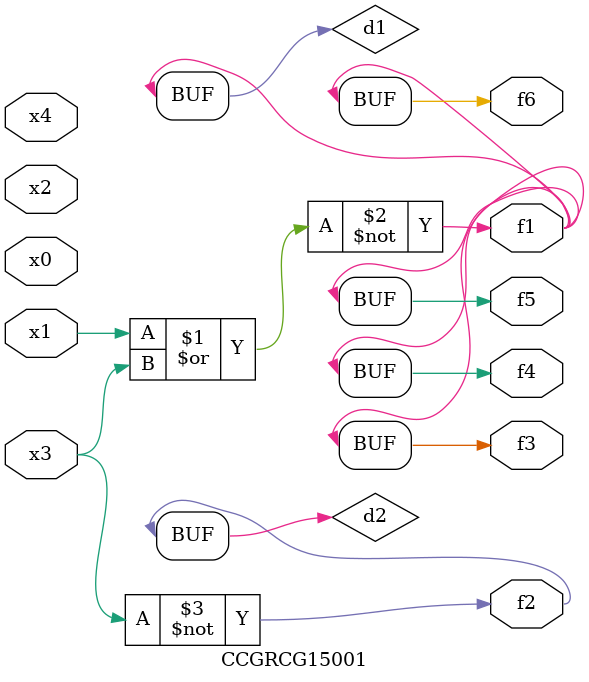
<source format=v>
module CCGRCG15001(
	input x0, x1, x2, x3, x4,
	output f1, f2, f3, f4, f5, f6
);

	wire d1, d2;

	nor (d1, x1, x3);
	not (d2, x3);
	assign f1 = d1;
	assign f2 = d2;
	assign f3 = d1;
	assign f4 = d1;
	assign f5 = d1;
	assign f6 = d1;
endmodule

</source>
